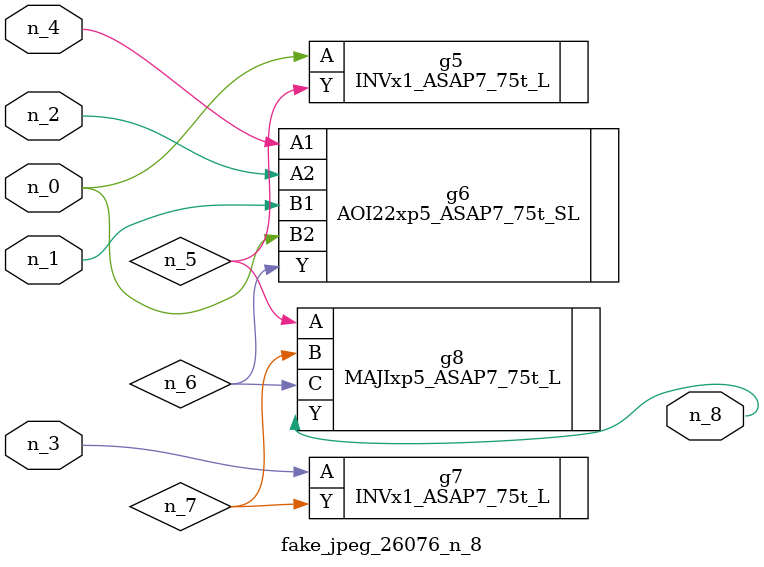
<source format=v>
module fake_jpeg_26076_n_8 (n_3, n_2, n_1, n_0, n_4, n_8);

input n_3;
input n_2;
input n_1;
input n_0;
input n_4;

output n_8;

wire n_6;
wire n_5;
wire n_7;

INVx1_ASAP7_75t_L g5 ( 
.A(n_0),
.Y(n_5)
);

AOI22xp5_ASAP7_75t_SL g6 ( 
.A1(n_4),
.A2(n_2),
.B1(n_1),
.B2(n_0),
.Y(n_6)
);

INVx1_ASAP7_75t_L g7 ( 
.A(n_3),
.Y(n_7)
);

MAJIxp5_ASAP7_75t_L g8 ( 
.A(n_5),
.B(n_7),
.C(n_6),
.Y(n_8)
);


endmodule
</source>
